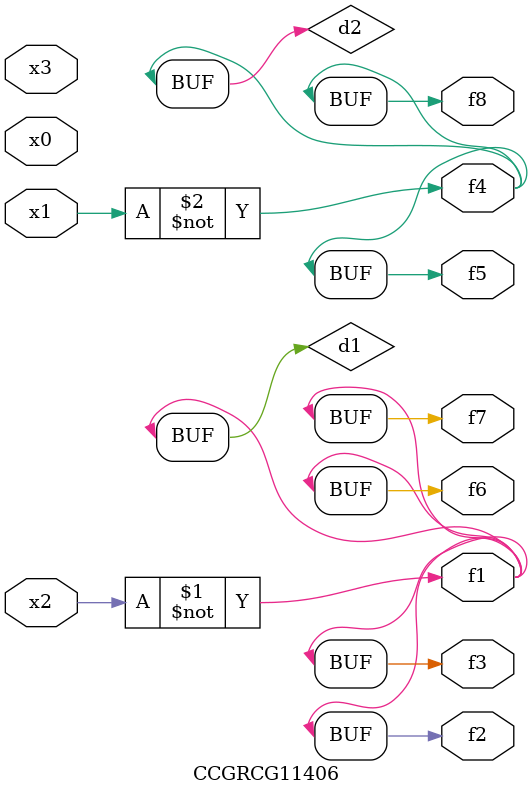
<source format=v>
module CCGRCG11406(
	input x0, x1, x2, x3,
	output f1, f2, f3, f4, f5, f6, f7, f8
);

	wire d1, d2;

	xnor (d1, x2);
	not (d2, x1);
	assign f1 = d1;
	assign f2 = d1;
	assign f3 = d1;
	assign f4 = d2;
	assign f5 = d2;
	assign f6 = d1;
	assign f7 = d1;
	assign f8 = d2;
endmodule

</source>
